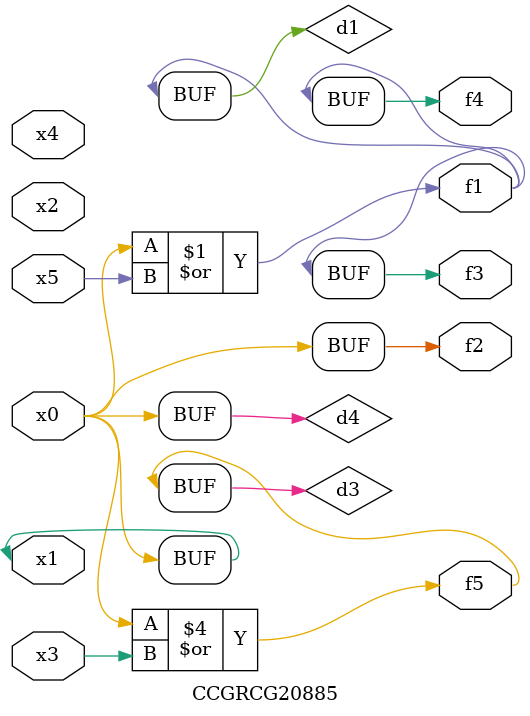
<source format=v>
module CCGRCG20885(
	input x0, x1, x2, x3, x4, x5,
	output f1, f2, f3, f4, f5
);

	wire d1, d2, d3, d4;

	or (d1, x0, x5);
	xnor (d2, x1, x4);
	or (d3, x0, x3);
	buf (d4, x0, x1);
	assign f1 = d1;
	assign f2 = d4;
	assign f3 = d1;
	assign f4 = d1;
	assign f5 = d3;
endmodule

</source>
